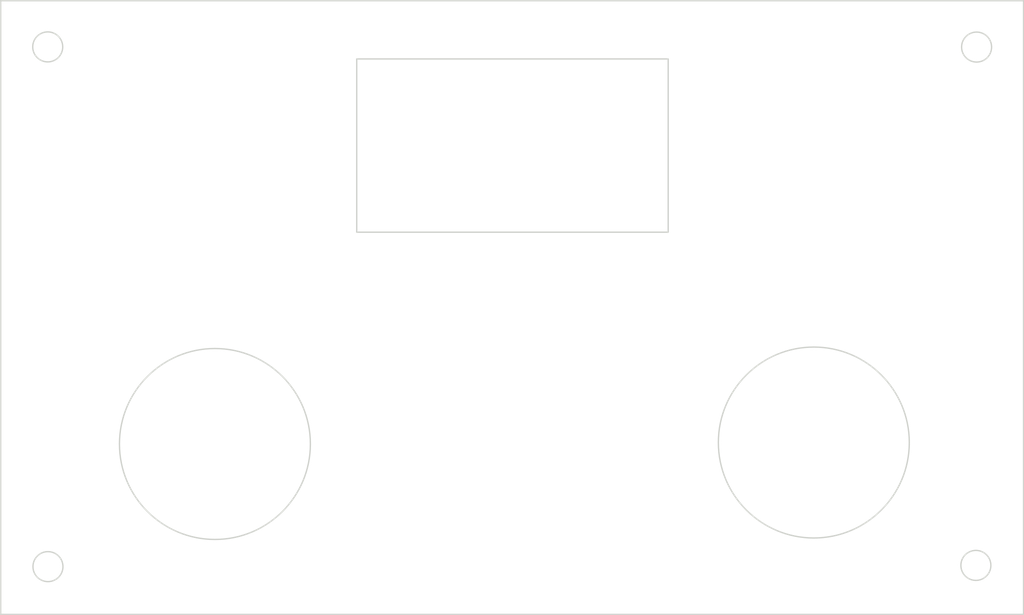
<source format=kicad_pcb>
(kicad_pcb (version 20221018) (generator pcbnew)

  (general
    (thickness 1.6)
  )

  (paper "A4")
  (layers
    (0 "F.Cu" signal)
    (31 "B.Cu" signal)
    (32 "B.Adhes" user "B.Adhesive")
    (33 "F.Adhes" user "F.Adhesive")
    (34 "B.Paste" user)
    (35 "F.Paste" user)
    (36 "B.SilkS" user "B.Silkscreen")
    (37 "F.SilkS" user "F.Silkscreen")
    (38 "B.Mask" user)
    (39 "F.Mask" user)
    (40 "Dwgs.User" user "User.Drawings")
    (41 "Cmts.User" user "User.Comments")
    (42 "Eco1.User" user "User.Eco1")
    (43 "Eco2.User" user "User.Eco2")
    (44 "Edge.Cuts" user)
    (45 "Margin" user)
    (46 "B.CrtYd" user "B.Courtyard")
    (47 "F.CrtYd" user "F.Courtyard")
    (48 "B.Fab" user)
    (49 "F.Fab" user)
    (50 "User.1" user)
    (51 "User.2" user)
    (52 "User.3" user)
    (53 "User.4" user)
    (54 "User.5" user)
    (55 "User.6" user)
    (56 "User.7" user)
    (57 "User.8" user)
    (58 "User.9" user)
  )

  (setup
    (pad_to_mask_clearance 0)
    (pcbplotparams
      (layerselection 0x00010fc_ffffffff)
      (plot_on_all_layers_selection 0x0000000_00000000)
      (disableapertmacros false)
      (usegerberextensions false)
      (usegerberattributes true)
      (usegerberadvancedattributes true)
      (creategerberjobfile true)
      (dashed_line_dash_ratio 12.000000)
      (dashed_line_gap_ratio 3.000000)
      (svgprecision 4)
      (plotframeref false)
      (viasonmask false)
      (mode 1)
      (useauxorigin false)
      (hpglpennumber 1)
      (hpglpenspeed 20)
      (hpglpendiameter 15.000000)
      (dxfpolygonmode true)
      (dxfimperialunits true)
      (dxfusepcbnewfont true)
      (psnegative false)
      (psa4output false)
      (plotreference true)
      (plotvalue true)
      (plotinvisibletext false)
      (sketchpadsonfab false)
      (subtractmaskfromsilk false)
      (outputformat 1)
      (mirror false)
      (drillshape 1)
      (scaleselection 1)
      (outputdirectory "")
    )
  )

  (net 0 "")

  (gr_circle (center 139.622448 82.396957) (end 146.622448 82.396957)
    (stroke (width 0.1) (type default)) (fill none) (layer "Edge.Cuts") (tstamp 00a2854e-a132-4066-8f1a-0730774c7ff1))
  (gr_rect (start 106.106202 54.273365) (end 128.943357 66.973425)
    (stroke (width 0.1) (type default)) (fill none) (layer "Edge.Cuts") (tstamp 131628bd-f68f-49b0-bb2d-d64a0b5a96dc))
  (gr_circle (center 83.466366 91.496671) (end 84.566366 91.496671)
    (stroke (width 0.1) (type default)) (fill none) (layer "Edge.Cuts") (tstamp 48c6934d-9728-474e-9899-eba3e5318968))
  (gr_circle (center 95.708729 82.504102) (end 102.708729 82.504102)
    (stroke (width 0.1) (type default)) (fill none) (layer "Edge.Cuts") (tstamp 65581b1f-b936-4bfb-879b-53b7949f1bdc))
  (gr_rect (start 80 50) (end 155 95)
    (stroke (width 0.1) (type default)) (fill none) (layer "Edge.Cuts") (tstamp 80c6f100-defe-4ff3-8d8c-b58cdb947cab))
  (gr_circle (center 151.556717 53.401188) (end 152.656717 53.401188)
    (stroke (width 0.1) (type default)) (fill none) (layer "Edge.Cuts") (tstamp c46ce987-8830-4a21-9000-a8422cb308b8))
  (gr_circle (center 83.449364 53.388711) (end 84.549364 53.388711)
    (stroke (width 0.1) (type default)) (fill none) (layer "Edge.Cuts") (tstamp c9e201c1-b688-4450-a543-93d4b6a3b7d0))
  (gr_circle (center 151.504591 91.405968) (end 152.604591 91.405968)
    (stroke (width 0.1) (type default)) (fill none) (layer "Edge.Cuts") (tstamp ced100dd-f92c-4962-8af7-d3a58332a171))

)

</source>
